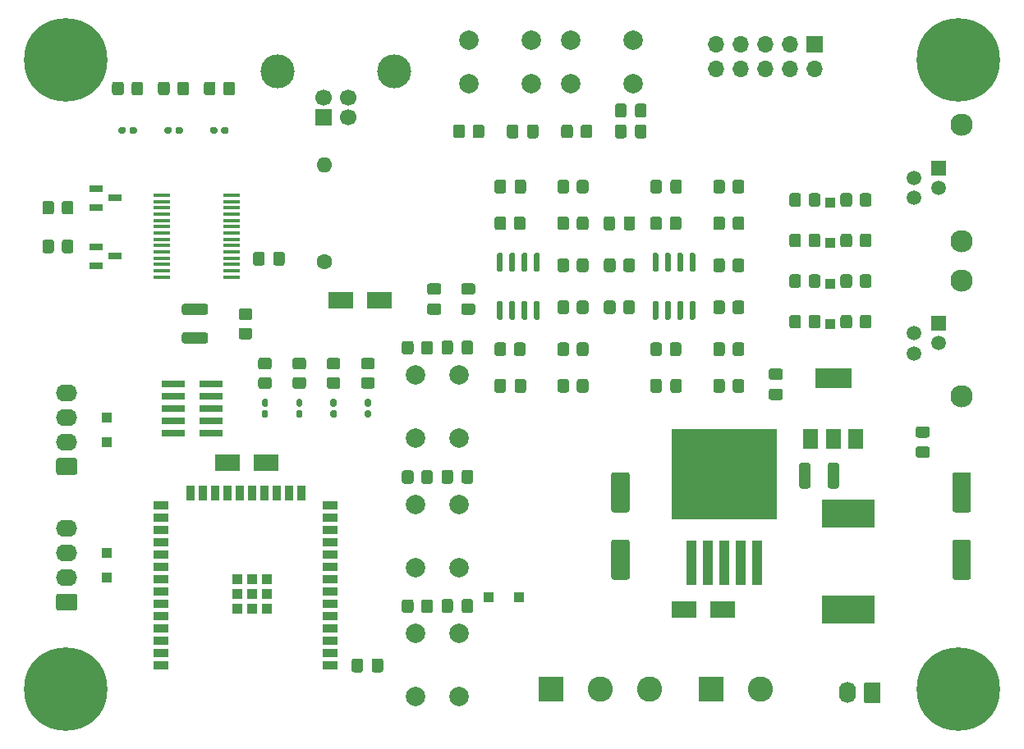
<source format=gbr>
%TF.GenerationSoftware,KiCad,Pcbnew,5.1.12-84ad8e8a86~92~ubuntu20.04.1*%
%TF.CreationDate,2022-06-26T22:57:18-03:00*%
%TF.ProjectId,esp_controller,6573705f-636f-46e7-9472-6f6c6c65722e,rev?*%
%TF.SameCoordinates,Original*%
%TF.FileFunction,Soldermask,Top*%
%TF.FilePolarity,Negative*%
%FSLAX46Y46*%
G04 Gerber Fmt 4.6, Leading zero omitted, Abs format (unit mm)*
G04 Created by KiCad (PCBNEW 5.1.12-84ad8e8a86~92~ubuntu20.04.1) date 2022-06-26 22:57:18*
%MOMM*%
%LPD*%
G01*
G04 APERTURE LIST*
%ADD10R,2.500000X1.800000*%
%ADD11R,1.350000X0.650000*%
%ADD12R,1.000000X1.000000*%
%ADD13R,1.500000X0.900000*%
%ADD14R,0.900000X1.500000*%
%ADD15R,1.050000X1.050000*%
%ADD16O,1.740000X2.190000*%
%ADD17C,2.600000*%
%ADD18R,2.600000X2.600000*%
%ADD19C,3.500000*%
%ADD20C,1.700000*%
%ADD21R,1.700000X1.700000*%
%ADD22C,1.500000*%
%ADD23C,2.300000*%
%ADD24R,1.500000X1.500000*%
%ADD25R,10.800000X9.400000*%
%ADD26R,1.100000X4.600000*%
%ADD27R,5.400000X2.900000*%
%ADD28R,1.500000X2.000000*%
%ADD29R,3.800000X2.000000*%
%ADD30O,1.700000X1.700000*%
%ADD31O,2.190000X1.740000*%
%ADD32R,2.400000X0.740000*%
%ADD33C,2.000000*%
%ADD34O,1.600000X1.600000*%
%ADD35C,1.600000*%
%ADD36R,1.750000X0.450000*%
%ADD37C,8.600000*%
G04 APERTURE END LIST*
D10*
%TO.C,D10*%
X158670000Y-111720000D03*
X162670000Y-111720000D03*
%TD*%
%TO.C,D4*%
X123300300Y-79857600D03*
X127300300Y-79857600D03*
%TD*%
%TO.C,C16*%
G36*
G01*
X171736180Y-96827159D02*
X171736180Y-99027161D01*
G75*
G02*
X171486181Y-99277160I-249999J0D01*
G01*
X170836179Y-99277160D01*
G75*
G02*
X170586180Y-99027161I0J249999D01*
G01*
X170586180Y-96827159D01*
G75*
G02*
X170836179Y-96577160I249999J0D01*
G01*
X171486181Y-96577160D01*
G75*
G02*
X171736180Y-96827159I0J-249999D01*
G01*
G37*
G36*
G01*
X174686180Y-96827159D02*
X174686180Y-99027161D01*
G75*
G02*
X174436181Y-99277160I-249999J0D01*
G01*
X173786179Y-99277160D01*
G75*
G02*
X173536180Y-99027161I0J249999D01*
G01*
X173536180Y-96827159D01*
G75*
G02*
X173786179Y-96577160I249999J0D01*
G01*
X174436181Y-96577160D01*
G75*
G02*
X174686180Y-96827159I0J-249999D01*
G01*
G37*
%TD*%
%TO.C,C10*%
G36*
G01*
X109380201Y-81340120D02*
X107180199Y-81340120D01*
G75*
G02*
X106930200Y-81090121I0J249999D01*
G01*
X106930200Y-80440119D01*
G75*
G02*
X107180199Y-80190120I249999J0D01*
G01*
X109380201Y-80190120D01*
G75*
G02*
X109630200Y-80440119I0J-249999D01*
G01*
X109630200Y-81090121D01*
G75*
G02*
X109380201Y-81340120I-249999J0D01*
G01*
G37*
G36*
G01*
X109380201Y-84290120D02*
X107180199Y-84290120D01*
G75*
G02*
X106930200Y-84040121I0J249999D01*
G01*
X106930200Y-83390119D01*
G75*
G02*
X107180199Y-83140120I249999J0D01*
G01*
X109380201Y-83140120D01*
G75*
G02*
X109630200Y-83390119I0J-249999D01*
G01*
X109630200Y-84040121D01*
G75*
G02*
X109380201Y-84290120I-249999J0D01*
G01*
G37*
%TD*%
D11*
%TO.C,Q1*%
X100049840Y-69265800D03*
X98049840Y-70225800D03*
X98049840Y-68305800D03*
%TD*%
%TO.C,Q2*%
X100049840Y-75280520D03*
X98049840Y-76240520D03*
X98049840Y-74320520D03*
%TD*%
D10*
%TO.C,D9*%
X111600000Y-96600000D03*
X115600000Y-96600000D03*
%TD*%
%TO.C,D3*%
G36*
G01*
X110997500Y-62453500D02*
X110997500Y-62133500D01*
G75*
G02*
X111157500Y-61973500I160000J0D01*
G01*
X111602500Y-61973500D01*
G75*
G02*
X111762500Y-62133500I0J-160000D01*
G01*
X111762500Y-62453500D01*
G75*
G02*
X111602500Y-62613500I-160000J0D01*
G01*
X111157500Y-62613500D01*
G75*
G02*
X110997500Y-62453500I0J160000D01*
G01*
G37*
G36*
G01*
X109852500Y-62453500D02*
X109852500Y-62133500D01*
G75*
G02*
X110012500Y-61973500I160000J0D01*
G01*
X110457500Y-61973500D01*
G75*
G02*
X110617500Y-62133500I0J-160000D01*
G01*
X110617500Y-62453500D01*
G75*
G02*
X110457500Y-62613500I-160000J0D01*
G01*
X110012500Y-62613500D01*
G75*
G02*
X109852500Y-62453500I0J160000D01*
G01*
G37*
%TD*%
%TO.C,D2*%
G36*
G01*
X106264250Y-62453500D02*
X106264250Y-62133500D01*
G75*
G02*
X106424250Y-61973500I160000J0D01*
G01*
X106869250Y-61973500D01*
G75*
G02*
X107029250Y-62133500I0J-160000D01*
G01*
X107029250Y-62453500D01*
G75*
G02*
X106869250Y-62613500I-160000J0D01*
G01*
X106424250Y-62613500D01*
G75*
G02*
X106264250Y-62453500I0J160000D01*
G01*
G37*
G36*
G01*
X105119250Y-62453500D02*
X105119250Y-62133500D01*
G75*
G02*
X105279250Y-61973500I160000J0D01*
G01*
X105724250Y-61973500D01*
G75*
G02*
X105884250Y-62133500I0J-160000D01*
G01*
X105884250Y-62453500D01*
G75*
G02*
X105724250Y-62613500I-160000J0D01*
G01*
X105279250Y-62613500D01*
G75*
G02*
X105119250Y-62453500I0J160000D01*
G01*
G37*
%TD*%
%TO.C,D1*%
G36*
G01*
X101531000Y-62453500D02*
X101531000Y-62133500D01*
G75*
G02*
X101691000Y-61973500I160000J0D01*
G01*
X102136000Y-61973500D01*
G75*
G02*
X102296000Y-62133500I0J-160000D01*
G01*
X102296000Y-62453500D01*
G75*
G02*
X102136000Y-62613500I-160000J0D01*
G01*
X101691000Y-62613500D01*
G75*
G02*
X101531000Y-62453500I0J160000D01*
G01*
G37*
G36*
G01*
X100386000Y-62453500D02*
X100386000Y-62133500D01*
G75*
G02*
X100546000Y-61973500I160000J0D01*
G01*
X100991000Y-61973500D01*
G75*
G02*
X101151000Y-62133500I0J-160000D01*
G01*
X101151000Y-62453500D01*
G75*
G02*
X100991000Y-62613500I-160000J0D01*
G01*
X100546000Y-62613500D01*
G75*
G02*
X100386000Y-62453500I0J160000D01*
G01*
G37*
%TD*%
%TO.C,D5*%
G36*
G01*
X115666500Y-90793000D02*
X115346500Y-90793000D01*
G75*
G02*
X115186500Y-90633000I0J160000D01*
G01*
X115186500Y-90188000D01*
G75*
G02*
X115346500Y-90028000I160000J0D01*
G01*
X115666500Y-90028000D01*
G75*
G02*
X115826500Y-90188000I0J-160000D01*
G01*
X115826500Y-90633000D01*
G75*
G02*
X115666500Y-90793000I-160000J0D01*
G01*
G37*
G36*
G01*
X115666500Y-91938000D02*
X115346500Y-91938000D01*
G75*
G02*
X115186500Y-91778000I0J160000D01*
G01*
X115186500Y-91333000D01*
G75*
G02*
X115346500Y-91173000I160000J0D01*
G01*
X115666500Y-91173000D01*
G75*
G02*
X115826500Y-91333000I0J-160000D01*
G01*
X115826500Y-91778000D01*
G75*
G02*
X115666500Y-91938000I-160000J0D01*
G01*
G37*
%TD*%
%TO.C,D6*%
G36*
G01*
X119201333Y-90793000D02*
X118881333Y-90793000D01*
G75*
G02*
X118721333Y-90633000I0J160000D01*
G01*
X118721333Y-90188000D01*
G75*
G02*
X118881333Y-90028000I160000J0D01*
G01*
X119201333Y-90028000D01*
G75*
G02*
X119361333Y-90188000I0J-160000D01*
G01*
X119361333Y-90633000D01*
G75*
G02*
X119201333Y-90793000I-160000J0D01*
G01*
G37*
G36*
G01*
X119201333Y-91938000D02*
X118881333Y-91938000D01*
G75*
G02*
X118721333Y-91778000I0J160000D01*
G01*
X118721333Y-91333000D01*
G75*
G02*
X118881333Y-91173000I160000J0D01*
G01*
X119201333Y-91173000D01*
G75*
G02*
X119361333Y-91333000I0J-160000D01*
G01*
X119361333Y-91778000D01*
G75*
G02*
X119201333Y-91938000I-160000J0D01*
G01*
G37*
%TD*%
%TO.C,D7*%
G36*
G01*
X122736166Y-90793000D02*
X122416166Y-90793000D01*
G75*
G02*
X122256166Y-90633000I0J160000D01*
G01*
X122256166Y-90188000D01*
G75*
G02*
X122416166Y-90028000I160000J0D01*
G01*
X122736166Y-90028000D01*
G75*
G02*
X122896166Y-90188000I0J-160000D01*
G01*
X122896166Y-90633000D01*
G75*
G02*
X122736166Y-90793000I-160000J0D01*
G01*
G37*
G36*
G01*
X122736166Y-91938000D02*
X122416166Y-91938000D01*
G75*
G02*
X122256166Y-91778000I0J160000D01*
G01*
X122256166Y-91333000D01*
G75*
G02*
X122416166Y-91173000I160000J0D01*
G01*
X122736166Y-91173000D01*
G75*
G02*
X122896166Y-91333000I0J-160000D01*
G01*
X122896166Y-91778000D01*
G75*
G02*
X122736166Y-91938000I-160000J0D01*
G01*
G37*
%TD*%
%TO.C,D8*%
G36*
G01*
X126271000Y-90793000D02*
X125951000Y-90793000D01*
G75*
G02*
X125791000Y-90633000I0J160000D01*
G01*
X125791000Y-90188000D01*
G75*
G02*
X125951000Y-90028000I160000J0D01*
G01*
X126271000Y-90028000D01*
G75*
G02*
X126431000Y-90188000I0J-160000D01*
G01*
X126431000Y-90633000D01*
G75*
G02*
X126271000Y-90793000I-160000J0D01*
G01*
G37*
G36*
G01*
X126271000Y-91938000D02*
X125951000Y-91938000D01*
G75*
G02*
X125791000Y-91778000I0J160000D01*
G01*
X125791000Y-91333000D01*
G75*
G02*
X125951000Y-91173000I160000J0D01*
G01*
X126271000Y-91173000D01*
G75*
G02*
X126431000Y-91333000I0J-160000D01*
G01*
X126431000Y-91778000D01*
G75*
G02*
X126271000Y-91938000I-160000J0D01*
G01*
G37*
%TD*%
%TO.C,R19*%
G36*
G01*
X152445000Y-76668334D02*
X152445000Y-75768332D01*
G75*
G02*
X152694999Y-75518333I249999J0D01*
G01*
X153395001Y-75518333D01*
G75*
G02*
X153645000Y-75768332I0J-249999D01*
G01*
X153645000Y-76668334D01*
G75*
G02*
X153395001Y-76918333I-249999J0D01*
G01*
X152694999Y-76918333D01*
G75*
G02*
X152445000Y-76668334I0J249999D01*
G01*
G37*
G36*
G01*
X150445000Y-76668334D02*
X150445000Y-75768332D01*
G75*
G02*
X150694999Y-75518333I249999J0D01*
G01*
X151395001Y-75518333D01*
G75*
G02*
X151645000Y-75768332I0J-249999D01*
G01*
X151645000Y-76668334D01*
G75*
G02*
X151395001Y-76918333I-249999J0D01*
G01*
X150694999Y-76918333D01*
G75*
G02*
X150445000Y-76668334I0J249999D01*
G01*
G37*
%TD*%
%TO.C,R24*%
G36*
G01*
X152445000Y-80999167D02*
X152445000Y-80099165D01*
G75*
G02*
X152694999Y-79849166I249999J0D01*
G01*
X153395001Y-79849166D01*
G75*
G02*
X153645000Y-80099165I0J-249999D01*
G01*
X153645000Y-80999167D01*
G75*
G02*
X153395001Y-81249166I-249999J0D01*
G01*
X152694999Y-81249166D01*
G75*
G02*
X152445000Y-80999167I0J249999D01*
G01*
G37*
G36*
G01*
X150445000Y-80999167D02*
X150445000Y-80099165D01*
G75*
G02*
X150694999Y-79849166I249999J0D01*
G01*
X151395001Y-79849166D01*
G75*
G02*
X151645000Y-80099165I0J-249999D01*
G01*
X151645000Y-80999167D01*
G75*
G02*
X151395001Y-81249166I-249999J0D01*
G01*
X150694999Y-81249166D01*
G75*
G02*
X150445000Y-80999167I0J249999D01*
G01*
G37*
%TD*%
D12*
%TO.C,TP7*%
X99222560Y-105905000D03*
%TD*%
%TO.C,TP5*%
X99222560Y-91905000D03*
%TD*%
%TO.C,TP8*%
X99222560Y-108445000D03*
%TD*%
%TO.C,TP6*%
X99222560Y-94445000D03*
%TD*%
%TO.C,TP10*%
X141711680Y-110462060D03*
%TD*%
%TO.C,TP3*%
X173802040Y-78095686D03*
%TD*%
%TO.C,TP4*%
X173802040Y-82285840D03*
%TD*%
%TO.C,TP9*%
X138539220Y-110462060D03*
%TD*%
%TO.C,TP1*%
X173802040Y-69715380D03*
%TD*%
%TO.C,TP2*%
X173802040Y-73905533D03*
%TD*%
%TO.C,C9*%
G36*
G01*
X135978700Y-80150000D02*
X136928700Y-80150000D01*
G75*
G02*
X137178700Y-80400000I0J-250000D01*
G01*
X137178700Y-81075000D01*
G75*
G02*
X136928700Y-81325000I-250000J0D01*
G01*
X135978700Y-81325000D01*
G75*
G02*
X135728700Y-81075000I0J250000D01*
G01*
X135728700Y-80400000D01*
G75*
G02*
X135978700Y-80150000I250000J0D01*
G01*
G37*
G36*
G01*
X135978700Y-78075000D02*
X136928700Y-78075000D01*
G75*
G02*
X137178700Y-78325000I0J-250000D01*
G01*
X137178700Y-79000000D01*
G75*
G02*
X136928700Y-79250000I-250000J0D01*
G01*
X135978700Y-79250000D01*
G75*
G02*
X135728700Y-79000000I0J250000D01*
G01*
X135728700Y-78325000D01*
G75*
G02*
X135978700Y-78075000I250000J0D01*
G01*
G37*
%TD*%
%TO.C,C6*%
G36*
G01*
X151595000Y-71412500D02*
X151595000Y-72362500D01*
G75*
G02*
X151345000Y-72612500I-250000J0D01*
G01*
X150670000Y-72612500D01*
G75*
G02*
X150420000Y-72362500I0J250000D01*
G01*
X150420000Y-71412500D01*
G75*
G02*
X150670000Y-71162500I250000J0D01*
G01*
X151345000Y-71162500D01*
G75*
G02*
X151595000Y-71412500I0J-250000D01*
G01*
G37*
G36*
G01*
X153670000Y-71412500D02*
X153670000Y-72362500D01*
G75*
G02*
X153420000Y-72612500I-250000J0D01*
G01*
X152745000Y-72612500D01*
G75*
G02*
X152495000Y-72362500I0J250000D01*
G01*
X152495000Y-71412500D01*
G75*
G02*
X152745000Y-71162500I250000J0D01*
G01*
X153420000Y-71162500D01*
G75*
G02*
X153670000Y-71412500I0J-250000D01*
G01*
G37*
%TD*%
D13*
%TO.C,U6*%
X122250000Y-101000000D03*
X122250000Y-102270000D03*
X122250000Y-103540000D03*
X122250000Y-104810000D03*
X122250000Y-106080000D03*
X122250000Y-107350000D03*
X122250000Y-108620000D03*
X122250000Y-109890000D03*
X122250000Y-111160000D03*
X122250000Y-112430000D03*
X122250000Y-113700000D03*
X122250000Y-114970000D03*
X122250000Y-116240000D03*
X122250000Y-117510000D03*
D14*
X119220000Y-99750000D03*
X117950000Y-99750000D03*
X116680000Y-99750000D03*
X115410000Y-99750000D03*
X114140000Y-99750000D03*
X112870000Y-99750000D03*
X111600000Y-99750000D03*
X110330000Y-99750000D03*
X109060000Y-99750000D03*
X107790000Y-99750000D03*
D13*
X104750000Y-101000000D03*
X104750000Y-102270000D03*
X104750000Y-103540000D03*
X104750000Y-104810000D03*
X104750000Y-106080000D03*
X104750000Y-107350000D03*
X104750000Y-108620000D03*
X104750000Y-109890000D03*
X104750000Y-111160000D03*
X104750000Y-112430000D03*
X104750000Y-113700000D03*
X104750000Y-114970000D03*
X104750000Y-116240000D03*
X104750000Y-117510000D03*
D15*
X114180000Y-110170000D03*
X112655000Y-110170000D03*
X115705000Y-110170000D03*
X115705000Y-108645000D03*
X114180000Y-108645000D03*
X112655000Y-108645000D03*
X112655000Y-111695000D03*
X114180000Y-111695000D03*
X115705000Y-111695000D03*
%TD*%
D16*
%TO.C,J10*%
X175570000Y-120340000D03*
G36*
G01*
X178980000Y-119494999D02*
X178980000Y-121185001D01*
G75*
G02*
X178730001Y-121435000I-249999J0D01*
G01*
X177489999Y-121435000D01*
G75*
G02*
X177240000Y-121185001I0J249999D01*
G01*
X177240000Y-119494999D01*
G75*
G02*
X177489999Y-119245000I249999J0D01*
G01*
X178730001Y-119245000D01*
G75*
G02*
X178980000Y-119494999I0J-249999D01*
G01*
G37*
%TD*%
D17*
%TO.C,J8*%
X166580000Y-119990000D03*
D18*
X161500000Y-119990000D03*
%TD*%
D19*
%TO.C,J2*%
X128844800Y-56239200D03*
X116804800Y-56239200D03*
D20*
X121574800Y-58949200D03*
X124074800Y-58949200D03*
X124074800Y-60949200D03*
D21*
X121574800Y-60949200D03*
%TD*%
D22*
%TO.C,J4*%
X182460000Y-85290000D03*
D23*
X187300000Y-89760000D03*
D22*
X185000000Y-84270000D03*
X182460000Y-83250000D03*
D24*
X185000000Y-82230000D03*
D23*
X187300000Y-77760000D03*
%TD*%
D22*
%TO.C,J3*%
X182460000Y-69270000D03*
D23*
X187300000Y-73740000D03*
D22*
X185000000Y-68250000D03*
X182460000Y-67230000D03*
D24*
X185000000Y-66210000D03*
D23*
X187300000Y-61740000D03*
%TD*%
%TO.C,U2*%
G36*
G01*
X139865000Y-76880000D02*
X139565000Y-76880000D01*
G75*
G02*
X139415000Y-76730000I0J150000D01*
G01*
X139415000Y-75080000D01*
G75*
G02*
X139565000Y-74930000I150000J0D01*
G01*
X139865000Y-74930000D01*
G75*
G02*
X140015000Y-75080000I0J-150000D01*
G01*
X140015000Y-76730000D01*
G75*
G02*
X139865000Y-76880000I-150000J0D01*
G01*
G37*
G36*
G01*
X141135000Y-76880000D02*
X140835000Y-76880000D01*
G75*
G02*
X140685000Y-76730000I0J150000D01*
G01*
X140685000Y-75080000D01*
G75*
G02*
X140835000Y-74930000I150000J0D01*
G01*
X141135000Y-74930000D01*
G75*
G02*
X141285000Y-75080000I0J-150000D01*
G01*
X141285000Y-76730000D01*
G75*
G02*
X141135000Y-76880000I-150000J0D01*
G01*
G37*
G36*
G01*
X142405000Y-76880000D02*
X142105000Y-76880000D01*
G75*
G02*
X141955000Y-76730000I0J150000D01*
G01*
X141955000Y-75080000D01*
G75*
G02*
X142105000Y-74930000I150000J0D01*
G01*
X142405000Y-74930000D01*
G75*
G02*
X142555000Y-75080000I0J-150000D01*
G01*
X142555000Y-76730000D01*
G75*
G02*
X142405000Y-76880000I-150000J0D01*
G01*
G37*
G36*
G01*
X143675000Y-76880000D02*
X143375000Y-76880000D01*
G75*
G02*
X143225000Y-76730000I0J150000D01*
G01*
X143225000Y-75080000D01*
G75*
G02*
X143375000Y-74930000I150000J0D01*
G01*
X143675000Y-74930000D01*
G75*
G02*
X143825000Y-75080000I0J-150000D01*
G01*
X143825000Y-76730000D01*
G75*
G02*
X143675000Y-76880000I-150000J0D01*
G01*
G37*
G36*
G01*
X143675000Y-81830000D02*
X143375000Y-81830000D01*
G75*
G02*
X143225000Y-81680000I0J150000D01*
G01*
X143225000Y-80030000D01*
G75*
G02*
X143375000Y-79880000I150000J0D01*
G01*
X143675000Y-79880000D01*
G75*
G02*
X143825000Y-80030000I0J-150000D01*
G01*
X143825000Y-81680000D01*
G75*
G02*
X143675000Y-81830000I-150000J0D01*
G01*
G37*
G36*
G01*
X142405000Y-81830000D02*
X142105000Y-81830000D01*
G75*
G02*
X141955000Y-81680000I0J150000D01*
G01*
X141955000Y-80030000D01*
G75*
G02*
X142105000Y-79880000I150000J0D01*
G01*
X142405000Y-79880000D01*
G75*
G02*
X142555000Y-80030000I0J-150000D01*
G01*
X142555000Y-81680000D01*
G75*
G02*
X142405000Y-81830000I-150000J0D01*
G01*
G37*
G36*
G01*
X141135000Y-81830000D02*
X140835000Y-81830000D01*
G75*
G02*
X140685000Y-81680000I0J150000D01*
G01*
X140685000Y-80030000D01*
G75*
G02*
X140835000Y-79880000I150000J0D01*
G01*
X141135000Y-79880000D01*
G75*
G02*
X141285000Y-80030000I0J-150000D01*
G01*
X141285000Y-81680000D01*
G75*
G02*
X141135000Y-81830000I-150000J0D01*
G01*
G37*
G36*
G01*
X139865000Y-81830000D02*
X139565000Y-81830000D01*
G75*
G02*
X139415000Y-81680000I0J150000D01*
G01*
X139415000Y-80030000D01*
G75*
G02*
X139565000Y-79880000I150000J0D01*
G01*
X139865000Y-79880000D01*
G75*
G02*
X140015000Y-80030000I0J-150000D01*
G01*
X140015000Y-81680000D01*
G75*
G02*
X139865000Y-81830000I-150000J0D01*
G01*
G37*
%TD*%
%TO.C,U3*%
G36*
G01*
X155927500Y-76880000D02*
X155627500Y-76880000D01*
G75*
G02*
X155477500Y-76730000I0J150000D01*
G01*
X155477500Y-75080000D01*
G75*
G02*
X155627500Y-74930000I150000J0D01*
G01*
X155927500Y-74930000D01*
G75*
G02*
X156077500Y-75080000I0J-150000D01*
G01*
X156077500Y-76730000D01*
G75*
G02*
X155927500Y-76880000I-150000J0D01*
G01*
G37*
G36*
G01*
X157197500Y-76880000D02*
X156897500Y-76880000D01*
G75*
G02*
X156747500Y-76730000I0J150000D01*
G01*
X156747500Y-75080000D01*
G75*
G02*
X156897500Y-74930000I150000J0D01*
G01*
X157197500Y-74930000D01*
G75*
G02*
X157347500Y-75080000I0J-150000D01*
G01*
X157347500Y-76730000D01*
G75*
G02*
X157197500Y-76880000I-150000J0D01*
G01*
G37*
G36*
G01*
X158467500Y-76880000D02*
X158167500Y-76880000D01*
G75*
G02*
X158017500Y-76730000I0J150000D01*
G01*
X158017500Y-75080000D01*
G75*
G02*
X158167500Y-74930000I150000J0D01*
G01*
X158467500Y-74930000D01*
G75*
G02*
X158617500Y-75080000I0J-150000D01*
G01*
X158617500Y-76730000D01*
G75*
G02*
X158467500Y-76880000I-150000J0D01*
G01*
G37*
G36*
G01*
X159737500Y-76880000D02*
X159437500Y-76880000D01*
G75*
G02*
X159287500Y-76730000I0J150000D01*
G01*
X159287500Y-75080000D01*
G75*
G02*
X159437500Y-74930000I150000J0D01*
G01*
X159737500Y-74930000D01*
G75*
G02*
X159887500Y-75080000I0J-150000D01*
G01*
X159887500Y-76730000D01*
G75*
G02*
X159737500Y-76880000I-150000J0D01*
G01*
G37*
G36*
G01*
X159737500Y-81830000D02*
X159437500Y-81830000D01*
G75*
G02*
X159287500Y-81680000I0J150000D01*
G01*
X159287500Y-80030000D01*
G75*
G02*
X159437500Y-79880000I150000J0D01*
G01*
X159737500Y-79880000D01*
G75*
G02*
X159887500Y-80030000I0J-150000D01*
G01*
X159887500Y-81680000D01*
G75*
G02*
X159737500Y-81830000I-150000J0D01*
G01*
G37*
G36*
G01*
X158467500Y-81830000D02*
X158167500Y-81830000D01*
G75*
G02*
X158017500Y-81680000I0J150000D01*
G01*
X158017500Y-80030000D01*
G75*
G02*
X158167500Y-79880000I150000J0D01*
G01*
X158467500Y-79880000D01*
G75*
G02*
X158617500Y-80030000I0J-150000D01*
G01*
X158617500Y-81680000D01*
G75*
G02*
X158467500Y-81830000I-150000J0D01*
G01*
G37*
G36*
G01*
X157197500Y-81830000D02*
X156897500Y-81830000D01*
G75*
G02*
X156747500Y-81680000I0J150000D01*
G01*
X156747500Y-80030000D01*
G75*
G02*
X156897500Y-79880000I150000J0D01*
G01*
X157197500Y-79880000D01*
G75*
G02*
X157347500Y-80030000I0J-150000D01*
G01*
X157347500Y-81680000D01*
G75*
G02*
X157197500Y-81830000I-150000J0D01*
G01*
G37*
G36*
G01*
X155927500Y-81830000D02*
X155627500Y-81830000D01*
G75*
G02*
X155477500Y-81680000I0J150000D01*
G01*
X155477500Y-80030000D01*
G75*
G02*
X155627500Y-79880000I150000J0D01*
G01*
X155927500Y-79880000D01*
G75*
G02*
X156077500Y-80030000I0J-150000D01*
G01*
X156077500Y-81680000D01*
G75*
G02*
X155927500Y-81830000I-150000J0D01*
G01*
G37*
%TD*%
D25*
%TO.C,U5*%
X162880000Y-97775000D03*
D26*
X166280000Y-106925000D03*
X164580000Y-106925000D03*
X162880000Y-106925000D03*
X161180000Y-106925000D03*
X159480000Y-106925000D03*
%TD*%
%TO.C,R11*%
G36*
G01*
X141170000Y-72337501D02*
X141170000Y-71437499D01*
G75*
G02*
X141419999Y-71187500I249999J0D01*
G01*
X142120001Y-71187500D01*
G75*
G02*
X142370000Y-71437499I0J-249999D01*
G01*
X142370000Y-72337501D01*
G75*
G02*
X142120001Y-72587500I-249999J0D01*
G01*
X141419999Y-72587500D01*
G75*
G02*
X141170000Y-72337501I0J249999D01*
G01*
G37*
G36*
G01*
X139170000Y-72337501D02*
X139170000Y-71437499D01*
G75*
G02*
X139419999Y-71187500I249999J0D01*
G01*
X140120001Y-71187500D01*
G75*
G02*
X140370000Y-71437499I0J-249999D01*
G01*
X140370000Y-72337501D01*
G75*
G02*
X140120001Y-72587500I-249999J0D01*
G01*
X139419999Y-72587500D01*
G75*
G02*
X139170000Y-72337501I0J249999D01*
G01*
G37*
%TD*%
%TO.C,R30*%
G36*
G01*
X141170000Y-85330001D02*
X141170000Y-84429999D01*
G75*
G02*
X141419999Y-84180000I249999J0D01*
G01*
X142120001Y-84180000D01*
G75*
G02*
X142370000Y-84429999I0J-249999D01*
G01*
X142370000Y-85330001D01*
G75*
G02*
X142120001Y-85580000I-249999J0D01*
G01*
X141419999Y-85580000D01*
G75*
G02*
X141170000Y-85330001I0J249999D01*
G01*
G37*
G36*
G01*
X139170000Y-85330001D02*
X139170000Y-84429999D01*
G75*
G02*
X139419999Y-84180000I249999J0D01*
G01*
X140120001Y-84180000D01*
G75*
G02*
X140370000Y-84429999I0J-249999D01*
G01*
X140370000Y-85330001D01*
G75*
G02*
X140120001Y-85580000I-249999J0D01*
G01*
X139419999Y-85580000D01*
G75*
G02*
X139170000Y-85330001I0J249999D01*
G01*
G37*
%TD*%
%TO.C,R6*%
G36*
G01*
X146857500Y-67649999D02*
X146857500Y-68550001D01*
G75*
G02*
X146607501Y-68800000I-249999J0D01*
G01*
X145907499Y-68800000D01*
G75*
G02*
X145657500Y-68550001I0J249999D01*
G01*
X145657500Y-67649999D01*
G75*
G02*
X145907499Y-67400000I249999J0D01*
G01*
X146607501Y-67400000D01*
G75*
G02*
X146857500Y-67649999I0J-249999D01*
G01*
G37*
G36*
G01*
X148857500Y-67649999D02*
X148857500Y-68550001D01*
G75*
G02*
X148607501Y-68800000I-249999J0D01*
G01*
X147907499Y-68800000D01*
G75*
G02*
X147657500Y-68550001I0J249999D01*
G01*
X147657500Y-67649999D01*
G75*
G02*
X147907499Y-67400000I249999J0D01*
G01*
X148607501Y-67400000D01*
G75*
G02*
X148857500Y-67649999I0J-249999D01*
G01*
G37*
%TD*%
%TO.C,R38*%
G36*
G01*
X146857500Y-88209999D02*
X146857500Y-89110001D01*
G75*
G02*
X146607501Y-89360000I-249999J0D01*
G01*
X145907499Y-89360000D01*
G75*
G02*
X145657500Y-89110001I0J249999D01*
G01*
X145657500Y-88209999D01*
G75*
G02*
X145907499Y-87960000I249999J0D01*
G01*
X146607501Y-87960000D01*
G75*
G02*
X146857500Y-88209999I0J-249999D01*
G01*
G37*
G36*
G01*
X148857500Y-88209999D02*
X148857500Y-89110001D01*
G75*
G02*
X148607501Y-89360000I-249999J0D01*
G01*
X147907499Y-89360000D01*
G75*
G02*
X147657500Y-89110001I0J249999D01*
G01*
X147657500Y-88209999D01*
G75*
G02*
X147907499Y-87960000I249999J0D01*
G01*
X148607501Y-87960000D01*
G75*
G02*
X148857500Y-88209999I0J-249999D01*
G01*
G37*
%TD*%
%TO.C,R18*%
G36*
G01*
X147657500Y-76668334D02*
X147657500Y-75768332D01*
G75*
G02*
X147907499Y-75518333I249999J0D01*
G01*
X148607501Y-75518333D01*
G75*
G02*
X148857500Y-75768332I0J-249999D01*
G01*
X148857500Y-76668334D01*
G75*
G02*
X148607501Y-76918333I-249999J0D01*
G01*
X147907499Y-76918333D01*
G75*
G02*
X147657500Y-76668334I0J249999D01*
G01*
G37*
G36*
G01*
X145657500Y-76668334D02*
X145657500Y-75768332D01*
G75*
G02*
X145907499Y-75518333I249999J0D01*
G01*
X146607501Y-75518333D01*
G75*
G02*
X146857500Y-75768332I0J-249999D01*
G01*
X146857500Y-76668334D01*
G75*
G02*
X146607501Y-76918333I-249999J0D01*
G01*
X145907499Y-76918333D01*
G75*
G02*
X145657500Y-76668334I0J249999D01*
G01*
G37*
%TD*%
%TO.C,R12*%
G36*
G01*
X147657500Y-72337501D02*
X147657500Y-71437499D01*
G75*
G02*
X147907499Y-71187500I249999J0D01*
G01*
X148607501Y-71187500D01*
G75*
G02*
X148857500Y-71437499I0J-249999D01*
G01*
X148857500Y-72337501D01*
G75*
G02*
X148607501Y-72587500I-249999J0D01*
G01*
X147907499Y-72587500D01*
G75*
G02*
X147657500Y-72337501I0J249999D01*
G01*
G37*
G36*
G01*
X145657500Y-72337501D02*
X145657500Y-71437499D01*
G75*
G02*
X145907499Y-71187500I249999J0D01*
G01*
X146607501Y-71187500D01*
G75*
G02*
X146857500Y-71437499I0J-249999D01*
G01*
X146857500Y-72337501D01*
G75*
G02*
X146607501Y-72587500I-249999J0D01*
G01*
X145907499Y-72587500D01*
G75*
G02*
X145657500Y-72337501I0J249999D01*
G01*
G37*
%TD*%
%TO.C,R23*%
G36*
G01*
X147657500Y-80999167D02*
X147657500Y-80099165D01*
G75*
G02*
X147907499Y-79849166I249999J0D01*
G01*
X148607501Y-79849166D01*
G75*
G02*
X148857500Y-80099165I0J-249999D01*
G01*
X148857500Y-80999167D01*
G75*
G02*
X148607501Y-81249166I-249999J0D01*
G01*
X147907499Y-81249166D01*
G75*
G02*
X147657500Y-80999167I0J249999D01*
G01*
G37*
G36*
G01*
X145657500Y-80999167D02*
X145657500Y-80099165D01*
G75*
G02*
X145907499Y-79849166I249999J0D01*
G01*
X146607501Y-79849166D01*
G75*
G02*
X146857500Y-80099165I0J-249999D01*
G01*
X146857500Y-80999167D01*
G75*
G02*
X146607501Y-81249166I-249999J0D01*
G01*
X145907499Y-81249166D01*
G75*
G02*
X145657500Y-80999167I0J249999D01*
G01*
G37*
%TD*%
%TO.C,R31*%
G36*
G01*
X147657500Y-85330001D02*
X147657500Y-84429999D01*
G75*
G02*
X147907499Y-84180000I249999J0D01*
G01*
X148607501Y-84180000D01*
G75*
G02*
X148857500Y-84429999I0J-249999D01*
G01*
X148857500Y-85330001D01*
G75*
G02*
X148607501Y-85580000I-249999J0D01*
G01*
X147907499Y-85580000D01*
G75*
G02*
X147657500Y-85330001I0J249999D01*
G01*
G37*
G36*
G01*
X145657500Y-85330001D02*
X145657500Y-84429999D01*
G75*
G02*
X145907499Y-84180000I249999J0D01*
G01*
X146607501Y-84180000D01*
G75*
G02*
X146857500Y-84429999I0J-249999D01*
G01*
X146857500Y-85330001D01*
G75*
G02*
X146607501Y-85580000I-249999J0D01*
G01*
X145907499Y-85580000D01*
G75*
G02*
X145657500Y-85330001I0J249999D01*
G01*
G37*
%TD*%
%TO.C,R13*%
G36*
G01*
X157232500Y-72337501D02*
X157232500Y-71437499D01*
G75*
G02*
X157482499Y-71187500I249999J0D01*
G01*
X158182501Y-71187500D01*
G75*
G02*
X158432500Y-71437499I0J-249999D01*
G01*
X158432500Y-72337501D01*
G75*
G02*
X158182501Y-72587500I-249999J0D01*
G01*
X157482499Y-72587500D01*
G75*
G02*
X157232500Y-72337501I0J249999D01*
G01*
G37*
G36*
G01*
X155232500Y-72337501D02*
X155232500Y-71437499D01*
G75*
G02*
X155482499Y-71187500I249999J0D01*
G01*
X156182501Y-71187500D01*
G75*
G02*
X156432500Y-71437499I0J-249999D01*
G01*
X156432500Y-72337501D01*
G75*
G02*
X156182501Y-72587500I-249999J0D01*
G01*
X155482499Y-72587500D01*
G75*
G02*
X155232500Y-72337501I0J249999D01*
G01*
G37*
%TD*%
%TO.C,R32*%
G36*
G01*
X157232500Y-85330001D02*
X157232500Y-84429999D01*
G75*
G02*
X157482499Y-84180000I249999J0D01*
G01*
X158182501Y-84180000D01*
G75*
G02*
X158432500Y-84429999I0J-249999D01*
G01*
X158432500Y-85330001D01*
G75*
G02*
X158182501Y-85580000I-249999J0D01*
G01*
X157482499Y-85580000D01*
G75*
G02*
X157232500Y-85330001I0J249999D01*
G01*
G37*
G36*
G01*
X155232500Y-85330001D02*
X155232500Y-84429999D01*
G75*
G02*
X155482499Y-84180000I249999J0D01*
G01*
X156182501Y-84180000D01*
G75*
G02*
X156432500Y-84429999I0J-249999D01*
G01*
X156432500Y-85330001D01*
G75*
G02*
X156182501Y-85580000I-249999J0D01*
G01*
X155482499Y-85580000D01*
G75*
G02*
X155232500Y-85330001I0J249999D01*
G01*
G37*
%TD*%
%TO.C,R14*%
G36*
G01*
X162920000Y-71437499D02*
X162920000Y-72337501D01*
G75*
G02*
X162670001Y-72587500I-249999J0D01*
G01*
X161969999Y-72587500D01*
G75*
G02*
X161720000Y-72337501I0J249999D01*
G01*
X161720000Y-71437499D01*
G75*
G02*
X161969999Y-71187500I249999J0D01*
G01*
X162670001Y-71187500D01*
G75*
G02*
X162920000Y-71437499I0J-249999D01*
G01*
G37*
G36*
G01*
X164920000Y-71437499D02*
X164920000Y-72337501D01*
G75*
G02*
X164670001Y-72587500I-249999J0D01*
G01*
X163969999Y-72587500D01*
G75*
G02*
X163720000Y-72337501I0J249999D01*
G01*
X163720000Y-71437499D01*
G75*
G02*
X163969999Y-71187500I249999J0D01*
G01*
X164670001Y-71187500D01*
G75*
G02*
X164920000Y-71437499I0J-249999D01*
G01*
G37*
%TD*%
%TO.C,R33*%
G36*
G01*
X162920000Y-84429999D02*
X162920000Y-85330001D01*
G75*
G02*
X162670001Y-85580000I-249999J0D01*
G01*
X161969999Y-85580000D01*
G75*
G02*
X161720000Y-85330001I0J249999D01*
G01*
X161720000Y-84429999D01*
G75*
G02*
X161969999Y-84180000I249999J0D01*
G01*
X162670001Y-84180000D01*
G75*
G02*
X162920000Y-84429999I0J-249999D01*
G01*
G37*
G36*
G01*
X164920000Y-84429999D02*
X164920000Y-85330001D01*
G75*
G02*
X164670001Y-85580000I-249999J0D01*
G01*
X163969999Y-85580000D01*
G75*
G02*
X163720000Y-85330001I0J249999D01*
G01*
X163720000Y-84429999D01*
G75*
G02*
X163969999Y-84180000I249999J0D01*
G01*
X164670001Y-84180000D01*
G75*
G02*
X164920000Y-84429999I0J-249999D01*
G01*
G37*
%TD*%
%TO.C,R7*%
G36*
G01*
X163720000Y-68550001D02*
X163720000Y-67649999D01*
G75*
G02*
X163969999Y-67400000I249999J0D01*
G01*
X164670001Y-67400000D01*
G75*
G02*
X164920000Y-67649999I0J-249999D01*
G01*
X164920000Y-68550001D01*
G75*
G02*
X164670001Y-68800000I-249999J0D01*
G01*
X163969999Y-68800000D01*
G75*
G02*
X163720000Y-68550001I0J249999D01*
G01*
G37*
G36*
G01*
X161720000Y-68550001D02*
X161720000Y-67649999D01*
G75*
G02*
X161969999Y-67400000I249999J0D01*
G01*
X162670001Y-67400000D01*
G75*
G02*
X162920000Y-67649999I0J-249999D01*
G01*
X162920000Y-68550001D01*
G75*
G02*
X162670001Y-68800000I-249999J0D01*
G01*
X161969999Y-68800000D01*
G75*
G02*
X161720000Y-68550001I0J249999D01*
G01*
G37*
%TD*%
%TO.C,R20*%
G36*
G01*
X163720000Y-76668334D02*
X163720000Y-75768332D01*
G75*
G02*
X163969999Y-75518333I249999J0D01*
G01*
X164670001Y-75518333D01*
G75*
G02*
X164920000Y-75768332I0J-249999D01*
G01*
X164920000Y-76668334D01*
G75*
G02*
X164670001Y-76918333I-249999J0D01*
G01*
X163969999Y-76918333D01*
G75*
G02*
X163720000Y-76668334I0J249999D01*
G01*
G37*
G36*
G01*
X161720000Y-76668334D02*
X161720000Y-75768332D01*
G75*
G02*
X161969999Y-75518333I249999J0D01*
G01*
X162670001Y-75518333D01*
G75*
G02*
X162920000Y-75768332I0J-249999D01*
G01*
X162920000Y-76668334D01*
G75*
G02*
X162670001Y-76918333I-249999J0D01*
G01*
X161969999Y-76918333D01*
G75*
G02*
X161720000Y-76668334I0J249999D01*
G01*
G37*
%TD*%
%TO.C,R25*%
G36*
G01*
X163720000Y-80999167D02*
X163720000Y-80099165D01*
G75*
G02*
X163969999Y-79849166I249999J0D01*
G01*
X164670001Y-79849166D01*
G75*
G02*
X164920000Y-80099165I0J-249999D01*
G01*
X164920000Y-80999167D01*
G75*
G02*
X164670001Y-81249166I-249999J0D01*
G01*
X163969999Y-81249166D01*
G75*
G02*
X163720000Y-80999167I0J249999D01*
G01*
G37*
G36*
G01*
X161720000Y-80999167D02*
X161720000Y-80099165D01*
G75*
G02*
X161969999Y-79849166I249999J0D01*
G01*
X162670001Y-79849166D01*
G75*
G02*
X162920000Y-80099165I0J-249999D01*
G01*
X162920000Y-80999167D01*
G75*
G02*
X162670001Y-81249166I-249999J0D01*
G01*
X161969999Y-81249166D01*
G75*
G02*
X161720000Y-80999167I0J249999D01*
G01*
G37*
%TD*%
%TO.C,R39*%
G36*
G01*
X163720000Y-89110001D02*
X163720000Y-88209999D01*
G75*
G02*
X163969999Y-87960000I249999J0D01*
G01*
X164670001Y-87960000D01*
G75*
G02*
X164920000Y-88209999I0J-249999D01*
G01*
X164920000Y-89110001D01*
G75*
G02*
X164670001Y-89360000I-249999J0D01*
G01*
X163969999Y-89360000D01*
G75*
G02*
X163720000Y-89110001I0J249999D01*
G01*
G37*
G36*
G01*
X161720000Y-89110001D02*
X161720000Y-88209999D01*
G75*
G02*
X161969999Y-87960000I249999J0D01*
G01*
X162670001Y-87960000D01*
G75*
G02*
X162920000Y-88209999I0J-249999D01*
G01*
X162920000Y-89110001D01*
G75*
G02*
X162670001Y-89360000I-249999J0D01*
G01*
X161969999Y-89360000D01*
G75*
G02*
X161720000Y-89110001I0J249999D01*
G01*
G37*
%TD*%
%TO.C,R26*%
G36*
G01*
X170771100Y-81588399D02*
X170771100Y-82488401D01*
G75*
G02*
X170521101Y-82738400I-249999J0D01*
G01*
X169821099Y-82738400D01*
G75*
G02*
X169571100Y-82488401I0J249999D01*
G01*
X169571100Y-81588399D01*
G75*
G02*
X169821099Y-81338400I249999J0D01*
G01*
X170521101Y-81338400D01*
G75*
G02*
X170771100Y-81588399I0J-249999D01*
G01*
G37*
G36*
G01*
X172771100Y-81588399D02*
X172771100Y-82488401D01*
G75*
G02*
X172521101Y-82738400I-249999J0D01*
G01*
X171821099Y-82738400D01*
G75*
G02*
X171571100Y-82488401I0J249999D01*
G01*
X171571100Y-81588399D01*
G75*
G02*
X171821099Y-81338400I249999J0D01*
G01*
X172521101Y-81338400D01*
G75*
G02*
X172771100Y-81588399I0J-249999D01*
G01*
G37*
%TD*%
%TO.C,R15*%
G36*
G01*
X170771100Y-73210132D02*
X170771100Y-74110134D01*
G75*
G02*
X170521101Y-74360133I-249999J0D01*
G01*
X169821099Y-74360133D01*
G75*
G02*
X169571100Y-74110134I0J249999D01*
G01*
X169571100Y-73210132D01*
G75*
G02*
X169821099Y-72960133I249999J0D01*
G01*
X170521101Y-72960133D01*
G75*
G02*
X170771100Y-73210132I0J-249999D01*
G01*
G37*
G36*
G01*
X172771100Y-73210132D02*
X172771100Y-74110134D01*
G75*
G02*
X172521101Y-74360133I-249999J0D01*
G01*
X171821099Y-74360133D01*
G75*
G02*
X171571100Y-74110134I0J249999D01*
G01*
X171571100Y-73210132D01*
G75*
G02*
X171821099Y-72960133I249999J0D01*
G01*
X172521101Y-72960133D01*
G75*
G02*
X172771100Y-73210132I0J-249999D01*
G01*
G37*
%TD*%
%TO.C,R21*%
G36*
G01*
X170771100Y-77399265D02*
X170771100Y-78299267D01*
G75*
G02*
X170521101Y-78549266I-249999J0D01*
G01*
X169821099Y-78549266D01*
G75*
G02*
X169571100Y-78299267I0J249999D01*
G01*
X169571100Y-77399265D01*
G75*
G02*
X169821099Y-77149266I249999J0D01*
G01*
X170521101Y-77149266D01*
G75*
G02*
X170771100Y-77399265I0J-249999D01*
G01*
G37*
G36*
G01*
X172771100Y-77399265D02*
X172771100Y-78299267D01*
G75*
G02*
X172521101Y-78549266I-249999J0D01*
G01*
X171821099Y-78549266D01*
G75*
G02*
X171571100Y-78299267I0J249999D01*
G01*
X171571100Y-77399265D01*
G75*
G02*
X171821099Y-77149266I249999J0D01*
G01*
X172521101Y-77149266D01*
G75*
G02*
X172771100Y-77399265I0J-249999D01*
G01*
G37*
%TD*%
%TO.C,R8*%
G36*
G01*
X170771100Y-69020999D02*
X170771100Y-69921001D01*
G75*
G02*
X170521101Y-70171000I-249999J0D01*
G01*
X169821099Y-70171000D01*
G75*
G02*
X169571100Y-69921001I0J249999D01*
G01*
X169571100Y-69020999D01*
G75*
G02*
X169821099Y-68771000I249999J0D01*
G01*
X170521101Y-68771000D01*
G75*
G02*
X170771100Y-69020999I0J-249999D01*
G01*
G37*
G36*
G01*
X172771100Y-69020999D02*
X172771100Y-69921001D01*
G75*
G02*
X172521101Y-70171000I-249999J0D01*
G01*
X171821099Y-70171000D01*
G75*
G02*
X171571100Y-69921001I0J249999D01*
G01*
X171571100Y-69020999D01*
G75*
G02*
X171821099Y-68771000I249999J0D01*
G01*
X172521101Y-68771000D01*
G75*
G02*
X172771100Y-69020999I0J-249999D01*
G01*
G37*
%TD*%
%TO.C,R22*%
G36*
G01*
X176832700Y-78299267D02*
X176832700Y-77399265D01*
G75*
G02*
X177082699Y-77149266I249999J0D01*
G01*
X177782701Y-77149266D01*
G75*
G02*
X178032700Y-77399265I0J-249999D01*
G01*
X178032700Y-78299267D01*
G75*
G02*
X177782701Y-78549266I-249999J0D01*
G01*
X177082699Y-78549266D01*
G75*
G02*
X176832700Y-78299267I0J249999D01*
G01*
G37*
G36*
G01*
X174832700Y-78299267D02*
X174832700Y-77399265D01*
G75*
G02*
X175082699Y-77149266I249999J0D01*
G01*
X175782701Y-77149266D01*
G75*
G02*
X176032700Y-77399265I0J-249999D01*
G01*
X176032700Y-78299267D01*
G75*
G02*
X175782701Y-78549266I-249999J0D01*
G01*
X175082699Y-78549266D01*
G75*
G02*
X174832700Y-78299267I0J249999D01*
G01*
G37*
%TD*%
%TO.C,R27*%
G36*
G01*
X176832700Y-82488401D02*
X176832700Y-81588399D01*
G75*
G02*
X177082699Y-81338400I249999J0D01*
G01*
X177782701Y-81338400D01*
G75*
G02*
X178032700Y-81588399I0J-249999D01*
G01*
X178032700Y-82488401D01*
G75*
G02*
X177782701Y-82738400I-249999J0D01*
G01*
X177082699Y-82738400D01*
G75*
G02*
X176832700Y-82488401I0J249999D01*
G01*
G37*
G36*
G01*
X174832700Y-82488401D02*
X174832700Y-81588399D01*
G75*
G02*
X175082699Y-81338400I249999J0D01*
G01*
X175782701Y-81338400D01*
G75*
G02*
X176032700Y-81588399I0J-249999D01*
G01*
X176032700Y-82488401D01*
G75*
G02*
X175782701Y-82738400I-249999J0D01*
G01*
X175082699Y-82738400D01*
G75*
G02*
X174832700Y-82488401I0J249999D01*
G01*
G37*
%TD*%
%TO.C,R9*%
G36*
G01*
X176832700Y-69921001D02*
X176832700Y-69020999D01*
G75*
G02*
X177082699Y-68771000I249999J0D01*
G01*
X177782701Y-68771000D01*
G75*
G02*
X178032700Y-69020999I0J-249999D01*
G01*
X178032700Y-69921001D01*
G75*
G02*
X177782701Y-70171000I-249999J0D01*
G01*
X177082699Y-70171000D01*
G75*
G02*
X176832700Y-69921001I0J249999D01*
G01*
G37*
G36*
G01*
X174832700Y-69921001D02*
X174832700Y-69020999D01*
G75*
G02*
X175082699Y-68771000I249999J0D01*
G01*
X175782701Y-68771000D01*
G75*
G02*
X176032700Y-69020999I0J-249999D01*
G01*
X176032700Y-69921001D01*
G75*
G02*
X175782701Y-70171000I-249999J0D01*
G01*
X175082699Y-70171000D01*
G75*
G02*
X174832700Y-69921001I0J249999D01*
G01*
G37*
%TD*%
%TO.C,R16*%
G36*
G01*
X176832700Y-74110134D02*
X176832700Y-73210132D01*
G75*
G02*
X177082699Y-72960133I249999J0D01*
G01*
X177782701Y-72960133D01*
G75*
G02*
X178032700Y-73210132I0J-249999D01*
G01*
X178032700Y-74110134D01*
G75*
G02*
X177782701Y-74360133I-249999J0D01*
G01*
X177082699Y-74360133D01*
G75*
G02*
X176832700Y-74110134I0J249999D01*
G01*
G37*
G36*
G01*
X174832700Y-74110134D02*
X174832700Y-73210132D01*
G75*
G02*
X175082699Y-72960133I249999J0D01*
G01*
X175782701Y-72960133D01*
G75*
G02*
X176032700Y-73210132I0J-249999D01*
G01*
X176032700Y-74110134D01*
G75*
G02*
X175782701Y-74360133I-249999J0D01*
G01*
X175082699Y-74360133D01*
G75*
G02*
X174832700Y-74110134I0J249999D01*
G01*
G37*
%TD*%
%TO.C,R29*%
G36*
G01*
X131614400Y-85184401D02*
X131614400Y-84284399D01*
G75*
G02*
X131864399Y-84034400I249999J0D01*
G01*
X132564401Y-84034400D01*
G75*
G02*
X132814400Y-84284399I0J-249999D01*
G01*
X132814400Y-85184401D01*
G75*
G02*
X132564401Y-85434400I-249999J0D01*
G01*
X131864399Y-85434400D01*
G75*
G02*
X131614400Y-85184401I0J249999D01*
G01*
G37*
G36*
G01*
X129614400Y-85184401D02*
X129614400Y-84284399D01*
G75*
G02*
X129864399Y-84034400I249999J0D01*
G01*
X130564401Y-84034400D01*
G75*
G02*
X130814400Y-84284399I0J-249999D01*
G01*
X130814400Y-85184401D01*
G75*
G02*
X130564401Y-85434400I-249999J0D01*
G01*
X129864399Y-85434400D01*
G75*
G02*
X129614400Y-85184401I0J249999D01*
G01*
G37*
%TD*%
%TO.C,R40*%
G36*
G01*
X131614400Y-98518921D02*
X131614400Y-97618919D01*
G75*
G02*
X131864399Y-97368920I249999J0D01*
G01*
X132564401Y-97368920D01*
G75*
G02*
X132814400Y-97618919I0J-249999D01*
G01*
X132814400Y-98518921D01*
G75*
G02*
X132564401Y-98768920I-249999J0D01*
G01*
X131864399Y-98768920D01*
G75*
G02*
X131614400Y-98518921I0J249999D01*
G01*
G37*
G36*
G01*
X129614400Y-98518921D02*
X129614400Y-97618919D01*
G75*
G02*
X129864399Y-97368920I249999J0D01*
G01*
X130564401Y-97368920D01*
G75*
G02*
X130814400Y-97618919I0J-249999D01*
G01*
X130814400Y-98518921D01*
G75*
G02*
X130564401Y-98768920I-249999J0D01*
G01*
X129864399Y-98768920D01*
G75*
G02*
X129614400Y-98518921I0J249999D01*
G01*
G37*
%TD*%
%TO.C,R41*%
G36*
G01*
X131614400Y-111853441D02*
X131614400Y-110953439D01*
G75*
G02*
X131864399Y-110703440I249999J0D01*
G01*
X132564401Y-110703440D01*
G75*
G02*
X132814400Y-110953439I0J-249999D01*
G01*
X132814400Y-111853441D01*
G75*
G02*
X132564401Y-112103440I-249999J0D01*
G01*
X131864399Y-112103440D01*
G75*
G02*
X131614400Y-111853441I0J249999D01*
G01*
G37*
G36*
G01*
X129614400Y-111853441D02*
X129614400Y-110953439D01*
G75*
G02*
X129864399Y-110703440I249999J0D01*
G01*
X130564401Y-110703440D01*
G75*
G02*
X130814400Y-110953439I0J-249999D01*
G01*
X130814400Y-111853441D01*
G75*
G02*
X130564401Y-112103440I-249999J0D01*
G01*
X129864399Y-112103440D01*
G75*
G02*
X129614400Y-111853441I0J249999D01*
G01*
G37*
%TD*%
%TO.C,R28*%
G36*
G01*
X113039799Y-82668700D02*
X113939801Y-82668700D01*
G75*
G02*
X114189800Y-82918699I0J-249999D01*
G01*
X114189800Y-83618701D01*
G75*
G02*
X113939801Y-83868700I-249999J0D01*
G01*
X113039799Y-83868700D01*
G75*
G02*
X112789800Y-83618701I0J249999D01*
G01*
X112789800Y-82918699D01*
G75*
G02*
X113039799Y-82668700I249999J0D01*
G01*
G37*
G36*
G01*
X113039799Y-80668700D02*
X113939801Y-80668700D01*
G75*
G02*
X114189800Y-80918699I0J-249999D01*
G01*
X114189800Y-81618701D01*
G75*
G02*
X113939801Y-81868700I-249999J0D01*
G01*
X113039799Y-81868700D01*
G75*
G02*
X112789800Y-81618701I0J249999D01*
G01*
X112789800Y-80918699D01*
G75*
G02*
X113039799Y-80668700I249999J0D01*
G01*
G37*
%TD*%
%TO.C,R10*%
G36*
G01*
X93757800Y-69823679D02*
X93757800Y-70723681D01*
G75*
G02*
X93507801Y-70973680I-249999J0D01*
G01*
X92807799Y-70973680D01*
G75*
G02*
X92557800Y-70723681I0J249999D01*
G01*
X92557800Y-69823679D01*
G75*
G02*
X92807799Y-69573680I249999J0D01*
G01*
X93507801Y-69573680D01*
G75*
G02*
X93757800Y-69823679I0J-249999D01*
G01*
G37*
G36*
G01*
X95757800Y-69823679D02*
X95757800Y-70723681D01*
G75*
G02*
X95507801Y-70973680I-249999J0D01*
G01*
X94807799Y-70973680D01*
G75*
G02*
X94557800Y-70723681I0J249999D01*
G01*
X94557800Y-69823679D01*
G75*
G02*
X94807799Y-69573680I249999J0D01*
G01*
X95507801Y-69573680D01*
G75*
G02*
X95757800Y-69823679I0J-249999D01*
G01*
G37*
%TD*%
%TO.C,R17*%
G36*
G01*
X93757800Y-73822279D02*
X93757800Y-74722281D01*
G75*
G02*
X93507801Y-74972280I-249999J0D01*
G01*
X92807799Y-74972280D01*
G75*
G02*
X92557800Y-74722281I0J249999D01*
G01*
X92557800Y-73822279D01*
G75*
G02*
X92807799Y-73572280I249999J0D01*
G01*
X93507801Y-73572280D01*
G75*
G02*
X93757800Y-73822279I0J-249999D01*
G01*
G37*
G36*
G01*
X95757800Y-73822279D02*
X95757800Y-74722281D01*
G75*
G02*
X95507801Y-74972280I-249999J0D01*
G01*
X94807799Y-74972280D01*
G75*
G02*
X94557800Y-74722281I0J249999D01*
G01*
X94557800Y-73822279D01*
G75*
G02*
X94807799Y-73572280I249999J0D01*
G01*
X95507801Y-73572280D01*
G75*
G02*
X95757800Y-73822279I0J-249999D01*
G01*
G37*
%TD*%
%TO.C,R5*%
G36*
G01*
X148050276Y-62850001D02*
X148050276Y-61949999D01*
G75*
G02*
X148300275Y-61700000I249999J0D01*
G01*
X149000277Y-61700000D01*
G75*
G02*
X149250276Y-61949999I0J-249999D01*
G01*
X149250276Y-62850001D01*
G75*
G02*
X149000277Y-63100000I-249999J0D01*
G01*
X148300275Y-63100000D01*
G75*
G02*
X148050276Y-62850001I0J249999D01*
G01*
G37*
G36*
G01*
X146050276Y-62850001D02*
X146050276Y-61949999D01*
G75*
G02*
X146300275Y-61700000I249999J0D01*
G01*
X147000277Y-61700000D01*
G75*
G02*
X147250276Y-61949999I0J-249999D01*
G01*
X147250276Y-62850001D01*
G75*
G02*
X147000277Y-63100000I-249999J0D01*
G01*
X146300275Y-63100000D01*
G75*
G02*
X146050276Y-62850001I0J249999D01*
G01*
G37*
%TD*%
%TO.C,R4*%
G36*
G01*
X136912500Y-62850001D02*
X136912500Y-61949999D01*
G75*
G02*
X137162499Y-61700000I249999J0D01*
G01*
X137862501Y-61700000D01*
G75*
G02*
X138112500Y-61949999I0J-249999D01*
G01*
X138112500Y-62850001D01*
G75*
G02*
X137862501Y-63100000I-249999J0D01*
G01*
X137162499Y-63100000D01*
G75*
G02*
X136912500Y-62850001I0J249999D01*
G01*
G37*
G36*
G01*
X134912500Y-62850001D02*
X134912500Y-61949999D01*
G75*
G02*
X135162499Y-61700000I249999J0D01*
G01*
X135862501Y-61700000D01*
G75*
G02*
X136112500Y-61949999I0J-249999D01*
G01*
X136112500Y-62850001D01*
G75*
G02*
X135862501Y-63100000I-249999J0D01*
G01*
X135162499Y-63100000D01*
G75*
G02*
X134912500Y-62850001I0J249999D01*
G01*
G37*
%TD*%
%TO.C,R3*%
G36*
G01*
X111207500Y-58425501D02*
X111207500Y-57525499D01*
G75*
G02*
X111457499Y-57275500I249999J0D01*
G01*
X112157501Y-57275500D01*
G75*
G02*
X112407500Y-57525499I0J-249999D01*
G01*
X112407500Y-58425501D01*
G75*
G02*
X112157501Y-58675500I-249999J0D01*
G01*
X111457499Y-58675500D01*
G75*
G02*
X111207500Y-58425501I0J249999D01*
G01*
G37*
G36*
G01*
X109207500Y-58425501D02*
X109207500Y-57525499D01*
G75*
G02*
X109457499Y-57275500I249999J0D01*
G01*
X110157501Y-57275500D01*
G75*
G02*
X110407500Y-57525499I0J-249999D01*
G01*
X110407500Y-58425501D01*
G75*
G02*
X110157501Y-58675500I-249999J0D01*
G01*
X109457499Y-58675500D01*
G75*
G02*
X109207500Y-58425501I0J249999D01*
G01*
G37*
%TD*%
%TO.C,R2*%
G36*
G01*
X106474250Y-58425501D02*
X106474250Y-57525499D01*
G75*
G02*
X106724249Y-57275500I249999J0D01*
G01*
X107424251Y-57275500D01*
G75*
G02*
X107674250Y-57525499I0J-249999D01*
G01*
X107674250Y-58425501D01*
G75*
G02*
X107424251Y-58675500I-249999J0D01*
G01*
X106724249Y-58675500D01*
G75*
G02*
X106474250Y-58425501I0J249999D01*
G01*
G37*
G36*
G01*
X104474250Y-58425501D02*
X104474250Y-57525499D01*
G75*
G02*
X104724249Y-57275500I249999J0D01*
G01*
X105424251Y-57275500D01*
G75*
G02*
X105674250Y-57525499I0J-249999D01*
G01*
X105674250Y-58425501D01*
G75*
G02*
X105424251Y-58675500I-249999J0D01*
G01*
X104724249Y-58675500D01*
G75*
G02*
X104474250Y-58425501I0J249999D01*
G01*
G37*
%TD*%
%TO.C,R1*%
G36*
G01*
X101741000Y-58425501D02*
X101741000Y-57525499D01*
G75*
G02*
X101990999Y-57275500I249999J0D01*
G01*
X102691001Y-57275500D01*
G75*
G02*
X102941000Y-57525499I0J-249999D01*
G01*
X102941000Y-58425501D01*
G75*
G02*
X102691001Y-58675500I-249999J0D01*
G01*
X101990999Y-58675500D01*
G75*
G02*
X101741000Y-58425501I0J249999D01*
G01*
G37*
G36*
G01*
X99741000Y-58425501D02*
X99741000Y-57525499D01*
G75*
G02*
X99990999Y-57275500I249999J0D01*
G01*
X100691001Y-57275500D01*
G75*
G02*
X100941000Y-57525499I0J-249999D01*
G01*
X100941000Y-58425501D01*
G75*
G02*
X100691001Y-58675500I-249999J0D01*
G01*
X99990999Y-58675500D01*
G75*
G02*
X99741000Y-58425501I0J249999D01*
G01*
G37*
%TD*%
%TO.C,R34*%
G36*
G01*
X115956501Y-86964500D02*
X115056499Y-86964500D01*
G75*
G02*
X114806500Y-86714501I0J249999D01*
G01*
X114806500Y-86014499D01*
G75*
G02*
X115056499Y-85764500I249999J0D01*
G01*
X115956501Y-85764500D01*
G75*
G02*
X116206500Y-86014499I0J-249999D01*
G01*
X116206500Y-86714501D01*
G75*
G02*
X115956501Y-86964500I-249999J0D01*
G01*
G37*
G36*
G01*
X115956501Y-88964500D02*
X115056499Y-88964500D01*
G75*
G02*
X114806500Y-88714501I0J249999D01*
G01*
X114806500Y-88014499D01*
G75*
G02*
X115056499Y-87764500I249999J0D01*
G01*
X115956501Y-87764500D01*
G75*
G02*
X116206500Y-88014499I0J-249999D01*
G01*
X116206500Y-88714501D01*
G75*
G02*
X115956501Y-88964500I-249999J0D01*
G01*
G37*
%TD*%
%TO.C,R35*%
G36*
G01*
X119491334Y-86964500D02*
X118591332Y-86964500D01*
G75*
G02*
X118341333Y-86714501I0J249999D01*
G01*
X118341333Y-86014499D01*
G75*
G02*
X118591332Y-85764500I249999J0D01*
G01*
X119491334Y-85764500D01*
G75*
G02*
X119741333Y-86014499I0J-249999D01*
G01*
X119741333Y-86714501D01*
G75*
G02*
X119491334Y-86964500I-249999J0D01*
G01*
G37*
G36*
G01*
X119491334Y-88964500D02*
X118591332Y-88964500D01*
G75*
G02*
X118341333Y-88714501I0J249999D01*
G01*
X118341333Y-88014499D01*
G75*
G02*
X118591332Y-87764500I249999J0D01*
G01*
X119491334Y-87764500D01*
G75*
G02*
X119741333Y-88014499I0J-249999D01*
G01*
X119741333Y-88714501D01*
G75*
G02*
X119491334Y-88964500I-249999J0D01*
G01*
G37*
%TD*%
%TO.C,R36*%
G36*
G01*
X123026167Y-86964500D02*
X122126165Y-86964500D01*
G75*
G02*
X121876166Y-86714501I0J249999D01*
G01*
X121876166Y-86014499D01*
G75*
G02*
X122126165Y-85764500I249999J0D01*
G01*
X123026167Y-85764500D01*
G75*
G02*
X123276166Y-86014499I0J-249999D01*
G01*
X123276166Y-86714501D01*
G75*
G02*
X123026167Y-86964500I-249999J0D01*
G01*
G37*
G36*
G01*
X123026167Y-88964500D02*
X122126165Y-88964500D01*
G75*
G02*
X121876166Y-88714501I0J249999D01*
G01*
X121876166Y-88014499D01*
G75*
G02*
X122126165Y-87764500I249999J0D01*
G01*
X123026167Y-87764500D01*
G75*
G02*
X123276166Y-88014499I0J-249999D01*
G01*
X123276166Y-88714501D01*
G75*
G02*
X123026167Y-88964500I-249999J0D01*
G01*
G37*
%TD*%
%TO.C,R37*%
G36*
G01*
X126561001Y-86964500D02*
X125660999Y-86964500D01*
G75*
G02*
X125411000Y-86714501I0J249999D01*
G01*
X125411000Y-86014499D01*
G75*
G02*
X125660999Y-85764500I249999J0D01*
G01*
X126561001Y-85764500D01*
G75*
G02*
X126811000Y-86014499I0J-249999D01*
G01*
X126811000Y-86714501D01*
G75*
G02*
X126561001Y-86964500I-249999J0D01*
G01*
G37*
G36*
G01*
X126561001Y-88964500D02*
X125660999Y-88964500D01*
G75*
G02*
X125411000Y-88714501I0J249999D01*
G01*
X125411000Y-88014499D01*
G75*
G02*
X125660999Y-87764500I249999J0D01*
G01*
X126561001Y-87764500D01*
G75*
G02*
X126811000Y-88014499I0J-249999D01*
G01*
X126811000Y-88714501D01*
G75*
G02*
X126561001Y-88964500I-249999J0D01*
G01*
G37*
%TD*%
D27*
%TO.C,L1*%
X175610000Y-101820000D03*
X175610000Y-111720000D03*
%TD*%
%TO.C,C4*%
G36*
G01*
X140350000Y-67625000D02*
X140350000Y-68575000D01*
G75*
G02*
X140100000Y-68825000I-250000J0D01*
G01*
X139425000Y-68825000D01*
G75*
G02*
X139175000Y-68575000I0J250000D01*
G01*
X139175000Y-67625000D01*
G75*
G02*
X139425000Y-67375000I250000J0D01*
G01*
X140100000Y-67375000D01*
G75*
G02*
X140350000Y-67625000I0J-250000D01*
G01*
G37*
G36*
G01*
X142425000Y-67625000D02*
X142425000Y-68575000D01*
G75*
G02*
X142175000Y-68825000I-250000J0D01*
G01*
X141500000Y-68825000D01*
G75*
G02*
X141250000Y-68575000I0J250000D01*
G01*
X141250000Y-67625000D01*
G75*
G02*
X141500000Y-67375000I250000J0D01*
G01*
X142175000Y-67375000D01*
G75*
G02*
X142425000Y-67625000I0J-250000D01*
G01*
G37*
%TD*%
%TO.C,C13*%
G36*
G01*
X140350000Y-88185000D02*
X140350000Y-89135000D01*
G75*
G02*
X140100000Y-89385000I-250000J0D01*
G01*
X139425000Y-89385000D01*
G75*
G02*
X139175000Y-89135000I0J250000D01*
G01*
X139175000Y-88185000D01*
G75*
G02*
X139425000Y-87935000I250000J0D01*
G01*
X140100000Y-87935000D01*
G75*
G02*
X140350000Y-88185000I0J-250000D01*
G01*
G37*
G36*
G01*
X142425000Y-88185000D02*
X142425000Y-89135000D01*
G75*
G02*
X142175000Y-89385000I-250000J0D01*
G01*
X141500000Y-89385000D01*
G75*
G02*
X141250000Y-89135000I0J250000D01*
G01*
X141250000Y-88185000D01*
G75*
G02*
X141500000Y-87935000I250000J0D01*
G01*
X142175000Y-87935000D01*
G75*
G02*
X142425000Y-88185000I0J-250000D01*
G01*
G37*
%TD*%
%TO.C,C5*%
G36*
G01*
X156412500Y-67625000D02*
X156412500Y-68575000D01*
G75*
G02*
X156162500Y-68825000I-250000J0D01*
G01*
X155487500Y-68825000D01*
G75*
G02*
X155237500Y-68575000I0J250000D01*
G01*
X155237500Y-67625000D01*
G75*
G02*
X155487500Y-67375000I250000J0D01*
G01*
X156162500Y-67375000D01*
G75*
G02*
X156412500Y-67625000I0J-250000D01*
G01*
G37*
G36*
G01*
X158487500Y-67625000D02*
X158487500Y-68575000D01*
G75*
G02*
X158237500Y-68825000I-250000J0D01*
G01*
X157562500Y-68825000D01*
G75*
G02*
X157312500Y-68575000I0J250000D01*
G01*
X157312500Y-67625000D01*
G75*
G02*
X157562500Y-67375000I250000J0D01*
G01*
X158237500Y-67375000D01*
G75*
G02*
X158487500Y-67625000I0J-250000D01*
G01*
G37*
%TD*%
%TO.C,C14*%
G36*
G01*
X156412500Y-88185000D02*
X156412500Y-89135000D01*
G75*
G02*
X156162500Y-89385000I-250000J0D01*
G01*
X155487500Y-89385000D01*
G75*
G02*
X155237500Y-89135000I0J250000D01*
G01*
X155237500Y-88185000D01*
G75*
G02*
X155487500Y-87935000I250000J0D01*
G01*
X156162500Y-87935000D01*
G75*
G02*
X156412500Y-88185000I0J-250000D01*
G01*
G37*
G36*
G01*
X158487500Y-88185000D02*
X158487500Y-89135000D01*
G75*
G02*
X158237500Y-89385000I-250000J0D01*
G01*
X157562500Y-89385000D01*
G75*
G02*
X157312500Y-89135000I0J250000D01*
G01*
X157312500Y-88185000D01*
G75*
G02*
X157562500Y-87935000I250000J0D01*
G01*
X158237500Y-87935000D01*
G75*
G02*
X158487500Y-88185000I0J-250000D01*
G01*
G37*
%TD*%
%TO.C,C19*%
G36*
G01*
X186639998Y-104520000D02*
X188040002Y-104520000D01*
G75*
G02*
X188290000Y-104769998I0J-249998D01*
G01*
X188290000Y-108420002D01*
G75*
G02*
X188040002Y-108670000I-249998J0D01*
G01*
X186639998Y-108670000D01*
G75*
G02*
X186390000Y-108420002I0J249998D01*
G01*
X186390000Y-104769998D01*
G75*
G02*
X186639998Y-104520000I249998J0D01*
G01*
G37*
G36*
G01*
X186639998Y-97570000D02*
X188040002Y-97570000D01*
G75*
G02*
X188290000Y-97819998I0J-249998D01*
G01*
X188290000Y-101470002D01*
G75*
G02*
X188040002Y-101720000I-249998J0D01*
G01*
X186639998Y-101720000D01*
G75*
G02*
X186390000Y-101470002I0J249998D01*
G01*
X186390000Y-97819998D01*
G75*
G02*
X186639998Y-97570000I249998J0D01*
G01*
G37*
%TD*%
%TO.C,C18*%
G36*
G01*
X151459998Y-104520000D02*
X152860002Y-104520000D01*
G75*
G02*
X153110000Y-104769998I0J-249998D01*
G01*
X153110000Y-108420002D01*
G75*
G02*
X152860002Y-108670000I-249998J0D01*
G01*
X151459998Y-108670000D01*
G75*
G02*
X151210000Y-108420002I0J249998D01*
G01*
X151210000Y-104769998D01*
G75*
G02*
X151459998Y-104520000I249998J0D01*
G01*
G37*
G36*
G01*
X151459998Y-97570000D02*
X152860002Y-97570000D01*
G75*
G02*
X153110000Y-97819998I0J-249998D01*
G01*
X153110000Y-101470002D01*
G75*
G02*
X152860002Y-101720000I-249998J0D01*
G01*
X151459998Y-101720000D01*
G75*
G02*
X151210000Y-101470002I0J249998D01*
G01*
X151210000Y-97819998D01*
G75*
G02*
X151459998Y-97570000I249998J0D01*
G01*
G37*
%TD*%
%TO.C,C7*%
G36*
G01*
X116360400Y-76014600D02*
X116360400Y-75064600D01*
G75*
G02*
X116610400Y-74814600I250000J0D01*
G01*
X117285400Y-74814600D01*
G75*
G02*
X117535400Y-75064600I0J-250000D01*
G01*
X117535400Y-76014600D01*
G75*
G02*
X117285400Y-76264600I-250000J0D01*
G01*
X116610400Y-76264600D01*
G75*
G02*
X116360400Y-76014600I0J250000D01*
G01*
G37*
G36*
G01*
X114285400Y-76014600D02*
X114285400Y-75064600D01*
G75*
G02*
X114535400Y-74814600I250000J0D01*
G01*
X115210400Y-74814600D01*
G75*
G02*
X115460400Y-75064600I0J-250000D01*
G01*
X115460400Y-76014600D01*
G75*
G02*
X115210400Y-76264600I-250000J0D01*
G01*
X114535400Y-76264600D01*
G75*
G02*
X114285400Y-76014600I0J250000D01*
G01*
G37*
%TD*%
%TO.C,C15*%
G36*
G01*
X182845000Y-94917500D02*
X183795000Y-94917500D01*
G75*
G02*
X184045000Y-95167500I0J-250000D01*
G01*
X184045000Y-95842500D01*
G75*
G02*
X183795000Y-96092500I-250000J0D01*
G01*
X182845000Y-96092500D01*
G75*
G02*
X182595000Y-95842500I0J250000D01*
G01*
X182595000Y-95167500D01*
G75*
G02*
X182845000Y-94917500I250000J0D01*
G01*
G37*
G36*
G01*
X182845000Y-92842500D02*
X183795000Y-92842500D01*
G75*
G02*
X184045000Y-93092500I0J-250000D01*
G01*
X184045000Y-93767500D01*
G75*
G02*
X183795000Y-94017500I-250000J0D01*
G01*
X182845000Y-94017500D01*
G75*
G02*
X182595000Y-93767500I0J250000D01*
G01*
X182595000Y-93092500D01*
G75*
G02*
X182845000Y-92842500I250000J0D01*
G01*
G37*
%TD*%
%TO.C,C8*%
G36*
G01*
X133425000Y-79250000D02*
X132475000Y-79250000D01*
G75*
G02*
X132225000Y-79000000I0J250000D01*
G01*
X132225000Y-78325000D01*
G75*
G02*
X132475000Y-78075000I250000J0D01*
G01*
X133425000Y-78075000D01*
G75*
G02*
X133675000Y-78325000I0J-250000D01*
G01*
X133675000Y-79000000D01*
G75*
G02*
X133425000Y-79250000I-250000J0D01*
G01*
G37*
G36*
G01*
X133425000Y-81325000D02*
X132475000Y-81325000D01*
G75*
G02*
X132225000Y-81075000I0J250000D01*
G01*
X132225000Y-80400000D01*
G75*
G02*
X132475000Y-80150000I250000J0D01*
G01*
X133425000Y-80150000D01*
G75*
G02*
X133675000Y-80400000I0J-250000D01*
G01*
X133675000Y-81075000D01*
G75*
G02*
X133425000Y-81325000I-250000J0D01*
G01*
G37*
%TD*%
%TO.C,C1*%
G36*
G01*
X153670000Y-60725000D02*
X153670000Y-59775000D01*
G75*
G02*
X153920000Y-59525000I250000J0D01*
G01*
X154595000Y-59525000D01*
G75*
G02*
X154845000Y-59775000I0J-250000D01*
G01*
X154845000Y-60725000D01*
G75*
G02*
X154595000Y-60975000I-250000J0D01*
G01*
X153920000Y-60975000D01*
G75*
G02*
X153670000Y-60725000I0J250000D01*
G01*
G37*
G36*
G01*
X151595000Y-60725000D02*
X151595000Y-59775000D01*
G75*
G02*
X151845000Y-59525000I250000J0D01*
G01*
X152520000Y-59525000D01*
G75*
G02*
X152770000Y-59775000I0J-250000D01*
G01*
X152770000Y-60725000D01*
G75*
G02*
X152520000Y-60975000I-250000J0D01*
G01*
X151845000Y-60975000D01*
G75*
G02*
X151595000Y-60725000I0J250000D01*
G01*
G37*
%TD*%
%TO.C,C2*%
G36*
G01*
X142531388Y-62875000D02*
X142531388Y-61925000D01*
G75*
G02*
X142781388Y-61675000I250000J0D01*
G01*
X143456388Y-61675000D01*
G75*
G02*
X143706388Y-61925000I0J-250000D01*
G01*
X143706388Y-62875000D01*
G75*
G02*
X143456388Y-63125000I-250000J0D01*
G01*
X142781388Y-63125000D01*
G75*
G02*
X142531388Y-62875000I0J250000D01*
G01*
G37*
G36*
G01*
X140456388Y-62875000D02*
X140456388Y-61925000D01*
G75*
G02*
X140706388Y-61675000I250000J0D01*
G01*
X141381388Y-61675000D01*
G75*
G02*
X141631388Y-61925000I0J-250000D01*
G01*
X141631388Y-62875000D01*
G75*
G02*
X141381388Y-63125000I-250000J0D01*
G01*
X140706388Y-63125000D01*
G75*
G02*
X140456388Y-62875000I0J250000D01*
G01*
G37*
%TD*%
%TO.C,C3*%
G36*
G01*
X153669166Y-62875000D02*
X153669166Y-61925000D01*
G75*
G02*
X153919166Y-61675000I250000J0D01*
G01*
X154594166Y-61675000D01*
G75*
G02*
X154844166Y-61925000I0J-250000D01*
G01*
X154844166Y-62875000D01*
G75*
G02*
X154594166Y-63125000I-250000J0D01*
G01*
X153919166Y-63125000D01*
G75*
G02*
X153669166Y-62875000I0J250000D01*
G01*
G37*
G36*
G01*
X151594166Y-62875000D02*
X151594166Y-61925000D01*
G75*
G02*
X151844166Y-61675000I250000J0D01*
G01*
X152519166Y-61675000D01*
G75*
G02*
X152769166Y-61925000I0J-250000D01*
G01*
X152769166Y-62875000D01*
G75*
G02*
X152519166Y-63125000I-250000J0D01*
G01*
X151844166Y-63125000D01*
G75*
G02*
X151594166Y-62875000I0J250000D01*
G01*
G37*
%TD*%
%TO.C,C11*%
G36*
G01*
X135781200Y-85184000D02*
X135781200Y-84234000D01*
G75*
G02*
X136031200Y-83984000I250000J0D01*
G01*
X136706200Y-83984000D01*
G75*
G02*
X136956200Y-84234000I0J-250000D01*
G01*
X136956200Y-85184000D01*
G75*
G02*
X136706200Y-85434000I-250000J0D01*
G01*
X136031200Y-85434000D01*
G75*
G02*
X135781200Y-85184000I0J250000D01*
G01*
G37*
G36*
G01*
X133706200Y-85184000D02*
X133706200Y-84234000D01*
G75*
G02*
X133956200Y-83984000I250000J0D01*
G01*
X134631200Y-83984000D01*
G75*
G02*
X134881200Y-84234000I0J-250000D01*
G01*
X134881200Y-85184000D01*
G75*
G02*
X134631200Y-85434000I-250000J0D01*
G01*
X133956200Y-85434000D01*
G75*
G02*
X133706200Y-85184000I0J250000D01*
G01*
G37*
%TD*%
%TO.C,C17*%
G36*
G01*
X135781200Y-98519000D02*
X135781200Y-97569000D01*
G75*
G02*
X136031200Y-97319000I250000J0D01*
G01*
X136706200Y-97319000D01*
G75*
G02*
X136956200Y-97569000I0J-250000D01*
G01*
X136956200Y-98519000D01*
G75*
G02*
X136706200Y-98769000I-250000J0D01*
G01*
X136031200Y-98769000D01*
G75*
G02*
X135781200Y-98519000I0J250000D01*
G01*
G37*
G36*
G01*
X133706200Y-98519000D02*
X133706200Y-97569000D01*
G75*
G02*
X133956200Y-97319000I250000J0D01*
G01*
X134631200Y-97319000D01*
G75*
G02*
X134881200Y-97569000I0J-250000D01*
G01*
X134881200Y-98519000D01*
G75*
G02*
X134631200Y-98769000I-250000J0D01*
G01*
X133956200Y-98769000D01*
G75*
G02*
X133706200Y-98519000I0J250000D01*
G01*
G37*
%TD*%
%TO.C,C20*%
G36*
G01*
X135781200Y-111854000D02*
X135781200Y-110904000D01*
G75*
G02*
X136031200Y-110654000I250000J0D01*
G01*
X136706200Y-110654000D01*
G75*
G02*
X136956200Y-110904000I0J-250000D01*
G01*
X136956200Y-111854000D01*
G75*
G02*
X136706200Y-112104000I-250000J0D01*
G01*
X136031200Y-112104000D01*
G75*
G02*
X135781200Y-111854000I0J250000D01*
G01*
G37*
G36*
G01*
X133706200Y-111854000D02*
X133706200Y-110904000D01*
G75*
G02*
X133956200Y-110654000I250000J0D01*
G01*
X134631200Y-110654000D01*
G75*
G02*
X134881200Y-110904000I0J-250000D01*
G01*
X134881200Y-111854000D01*
G75*
G02*
X134631200Y-112104000I-250000J0D01*
G01*
X133956200Y-112104000D01*
G75*
G02*
X133706200Y-111854000I0J250000D01*
G01*
G37*
%TD*%
%TO.C,C21*%
G36*
G01*
X125610200Y-117040640D02*
X125610200Y-117990640D01*
G75*
G02*
X125360200Y-118240640I-250000J0D01*
G01*
X124685200Y-118240640D01*
G75*
G02*
X124435200Y-117990640I0J250000D01*
G01*
X124435200Y-117040640D01*
G75*
G02*
X124685200Y-116790640I250000J0D01*
G01*
X125360200Y-116790640D01*
G75*
G02*
X125610200Y-117040640I0J-250000D01*
G01*
G37*
G36*
G01*
X127685200Y-117040640D02*
X127685200Y-117990640D01*
G75*
G02*
X127435200Y-118240640I-250000J0D01*
G01*
X126760200Y-118240640D01*
G75*
G02*
X126510200Y-117990640I0J250000D01*
G01*
X126510200Y-117040640D01*
G75*
G02*
X126760200Y-116790640I250000J0D01*
G01*
X127435200Y-116790640D01*
G75*
G02*
X127685200Y-117040640I0J-250000D01*
G01*
G37*
%TD*%
%TO.C,C12*%
G36*
G01*
X167695000Y-88950000D02*
X168645000Y-88950000D01*
G75*
G02*
X168895000Y-89200000I0J-250000D01*
G01*
X168895000Y-89875000D01*
G75*
G02*
X168645000Y-90125000I-250000J0D01*
G01*
X167695000Y-90125000D01*
G75*
G02*
X167445000Y-89875000I0J250000D01*
G01*
X167445000Y-89200000D01*
G75*
G02*
X167695000Y-88950000I250000J0D01*
G01*
G37*
G36*
G01*
X167695000Y-86875000D02*
X168645000Y-86875000D01*
G75*
G02*
X168895000Y-87125000I0J-250000D01*
G01*
X168895000Y-87800000D01*
G75*
G02*
X168645000Y-88050000I-250000J0D01*
G01*
X167695000Y-88050000D01*
G75*
G02*
X167445000Y-87800000I0J250000D01*
G01*
X167445000Y-87125000D01*
G75*
G02*
X167695000Y-86875000I250000J0D01*
G01*
G37*
%TD*%
D28*
%TO.C,U4*%
X171790000Y-94150000D03*
X176390000Y-94150000D03*
X174090000Y-94150000D03*
D29*
X174090000Y-87850000D03*
%TD*%
D17*
%TO.C,J9*%
X155160000Y-120000000D03*
X150080000Y-120000000D03*
D18*
X145000000Y-120000000D03*
%TD*%
D30*
%TO.C,J1*%
X161990000Y-55990000D03*
X161990000Y-53450000D03*
X164530000Y-55990000D03*
X164530000Y-53450000D03*
X167070000Y-55990000D03*
X167070000Y-53450000D03*
X169610000Y-55990000D03*
X169610000Y-53450000D03*
X172150000Y-55990000D03*
D21*
X172150000Y-53450000D03*
%TD*%
D31*
%TO.C,J7*%
X95066800Y-103365000D03*
X95066800Y-105905000D03*
X95066800Y-108445000D03*
G36*
G01*
X95911801Y-111855000D02*
X94221799Y-111855000D01*
G75*
G02*
X93971800Y-111605001I0J249999D01*
G01*
X93971800Y-110364999D01*
G75*
G02*
X94221799Y-110115000I249999J0D01*
G01*
X95911801Y-110115000D01*
G75*
G02*
X96161800Y-110364999I0J-249999D01*
G01*
X96161800Y-111605001D01*
G75*
G02*
X95911801Y-111855000I-249999J0D01*
G01*
G37*
%TD*%
D32*
%TO.C,J5*%
X109958000Y-93540000D03*
X106058000Y-93540000D03*
X109958000Y-92270000D03*
X106058000Y-92270000D03*
X109958000Y-91000000D03*
X106058000Y-91000000D03*
X109958000Y-89730000D03*
X106058000Y-89730000D03*
X109958000Y-88460000D03*
X106058000Y-88460000D03*
%TD*%
D33*
%TO.C,SW1*%
X142989200Y-52949200D03*
X142989200Y-57449200D03*
X136489200Y-52949200D03*
X136489200Y-57449200D03*
%TD*%
%TO.C,SW2*%
X153489200Y-52949200D03*
X153489200Y-57449200D03*
X146989200Y-52949200D03*
X146989200Y-57449200D03*
%TD*%
%TO.C,SW3*%
X135534400Y-94067460D03*
X131034400Y-94067460D03*
X135534400Y-87567460D03*
X131034400Y-87567460D03*
%TD*%
%TO.C,SW4*%
X135534400Y-107401980D03*
X131034400Y-107401980D03*
X135534400Y-100901980D03*
X131034400Y-100901980D03*
%TD*%
%TO.C,SW5*%
X135534400Y-120736500D03*
X131034400Y-120736500D03*
X135534400Y-114236500D03*
X131034400Y-114236500D03*
%TD*%
D34*
%TO.C,FB1*%
X121589800Y-65831700D03*
D35*
X121589800Y-75831700D03*
%TD*%
D31*
%TO.C,J6*%
X95066800Y-89365000D03*
X95066800Y-91905000D03*
X95066800Y-94445000D03*
G36*
G01*
X95911801Y-97855000D02*
X94221799Y-97855000D01*
G75*
G02*
X93971800Y-97605001I0J249999D01*
G01*
X93971800Y-96364999D01*
G75*
G02*
X94221799Y-96115000I249999J0D01*
G01*
X95911801Y-96115000D01*
G75*
G02*
X96161800Y-96364999I0J-249999D01*
G01*
X96161800Y-97605001D01*
G75*
G02*
X95911801Y-97855000I-249999J0D01*
G01*
G37*
%TD*%
D36*
%TO.C,U1*%
X112058000Y-68990500D03*
X112058000Y-69640500D03*
X112058000Y-70290500D03*
X112058000Y-70940500D03*
X112058000Y-71590500D03*
X112058000Y-72240500D03*
X112058000Y-72890500D03*
X112058000Y-73540500D03*
X112058000Y-74190500D03*
X112058000Y-74840500D03*
X112058000Y-75490500D03*
X112058000Y-76140500D03*
X112058000Y-76790500D03*
X112058000Y-77440500D03*
X104858000Y-77440500D03*
X104858000Y-76790500D03*
X104858000Y-76140500D03*
X104858000Y-75490500D03*
X104858000Y-74840500D03*
X104858000Y-74190500D03*
X104858000Y-73540500D03*
X104858000Y-72890500D03*
X104858000Y-72240500D03*
X104858000Y-71590500D03*
X104858000Y-70940500D03*
X104858000Y-70290500D03*
X104858000Y-69640500D03*
X104858000Y-68990500D03*
%TD*%
D37*
%TO.C,H3*%
X95000000Y-120000000D03*
%TD*%
%TO.C,H4*%
X187000000Y-120000000D03*
%TD*%
%TO.C,H2*%
X187000000Y-55000000D03*
%TD*%
%TO.C,H1*%
X95000000Y-55000000D03*
%TD*%
M02*

</source>
